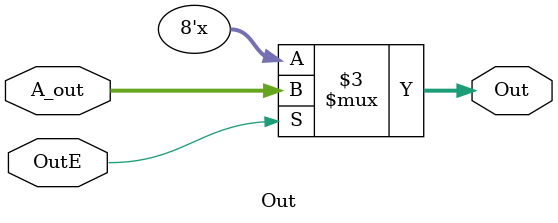
<source format=v>
module Out(A_out,OutE,Out);
        input   [7:0]A_out;
        input   OutE;
        output  reg [7:0]Out;
        
        always @(*)begin
                if(OutE) Out = A_out;
        end
endmodule
</source>
